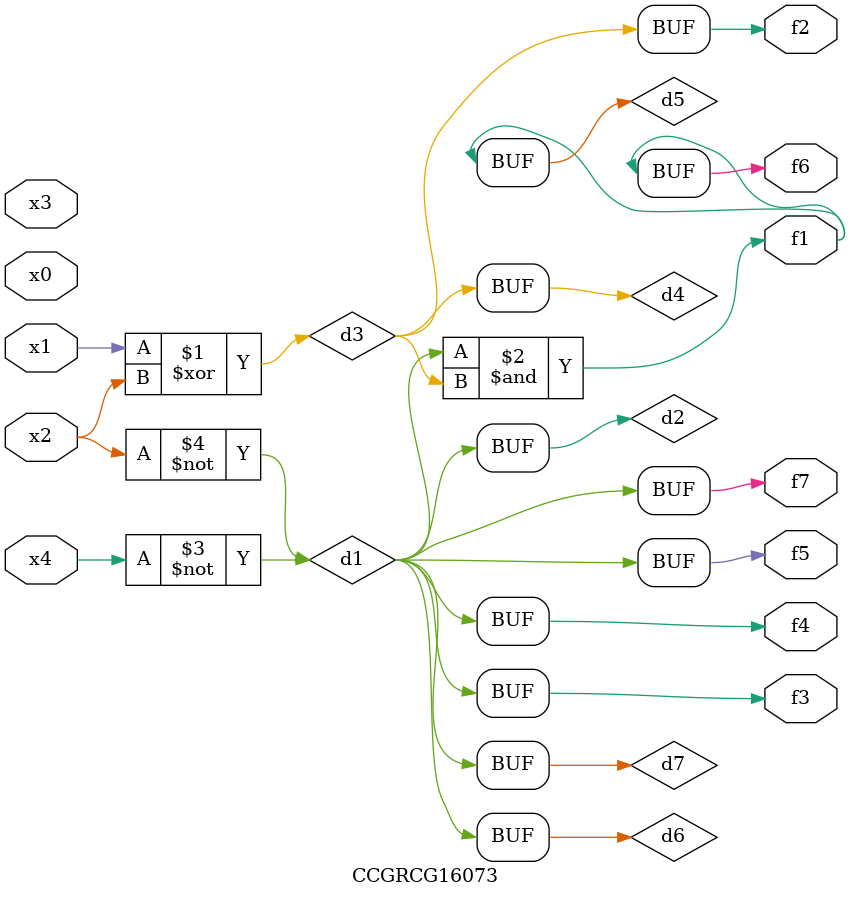
<source format=v>
module CCGRCG16073(
	input x0, x1, x2, x3, x4,
	output f1, f2, f3, f4, f5, f6, f7
);

	wire d1, d2, d3, d4, d5, d6, d7;

	not (d1, x4);
	not (d2, x2);
	xor (d3, x1, x2);
	buf (d4, d3);
	and (d5, d1, d3);
	buf (d6, d1, d2);
	buf (d7, d2);
	assign f1 = d5;
	assign f2 = d4;
	assign f3 = d7;
	assign f4 = d7;
	assign f5 = d7;
	assign f6 = d5;
	assign f7 = d7;
endmodule

</source>
